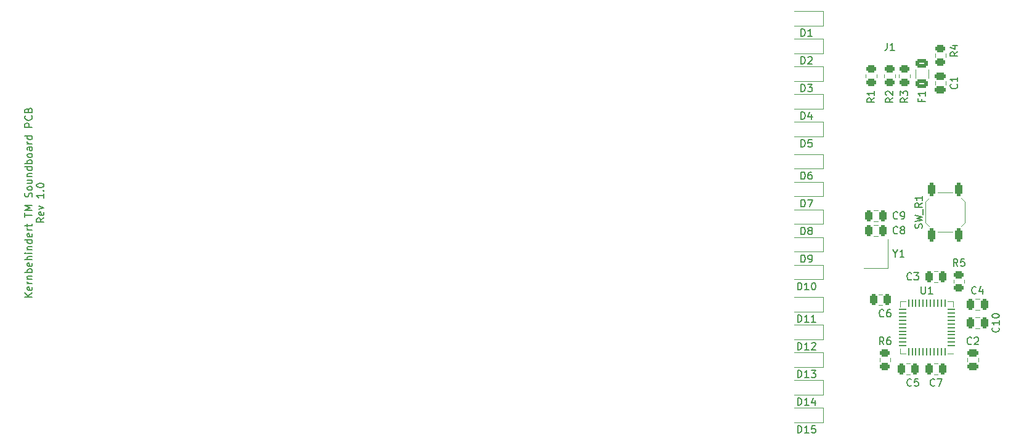
<source format=gto>
%TF.GenerationSoftware,KiCad,Pcbnew,(6.0.7)*%
%TF.CreationDate,2023-02-20T15:38:16+01:00*%
%TF.ProjectId,Soundboard,536f756e-6462-46f6-9172-642e6b696361,rev?*%
%TF.SameCoordinates,Original*%
%TF.FileFunction,Legend,Top*%
%TF.FilePolarity,Positive*%
%FSLAX46Y46*%
G04 Gerber Fmt 4.6, Leading zero omitted, Abs format (unit mm)*
G04 Created by KiCad (PCBNEW (6.0.7)) date 2023-02-20 15:38:16*
%MOMM*%
%LPD*%
G01*
G04 APERTURE LIST*
G04 Aperture macros list*
%AMRoundRect*
0 Rectangle with rounded corners*
0 $1 Rounding radius*
0 $2 $3 $4 $5 $6 $7 $8 $9 X,Y pos of 4 corners*
0 Add a 4 corners polygon primitive as box body*
4,1,4,$2,$3,$4,$5,$6,$7,$8,$9,$2,$3,0*
0 Add four circle primitives for the rounded corners*
1,1,$1+$1,$2,$3*
1,1,$1+$1,$4,$5*
1,1,$1+$1,$6,$7*
1,1,$1+$1,$8,$9*
0 Add four rect primitives between the rounded corners*
20,1,$1+$1,$2,$3,$4,$5,0*
20,1,$1+$1,$4,$5,$6,$7,0*
20,1,$1+$1,$6,$7,$8,$9,0*
20,1,$1+$1,$8,$9,$2,$3,0*%
G04 Aperture macros list end*
%ADD10C,0.150000*%
%ADD11C,0.120000*%
%ADD12RoundRect,0.250000X-0.450000X0.262500X-0.450000X-0.262500X0.450000X-0.262500X0.450000X0.262500X0*%
%ADD13RoundRect,0.250000X0.475000X-0.250000X0.475000X0.250000X-0.475000X0.250000X-0.475000X-0.250000X0*%
%ADD14C,1.750000*%
%ADD15C,3.987800*%
%ADD16RoundRect,0.250000X-0.250000X-0.475000X0.250000X-0.475000X0.250000X0.475000X-0.250000X0.475000X0*%
%ADD17R,0.900000X1.200000*%
%ADD18RoundRect,0.250000X-0.625000X0.375000X-0.625000X-0.375000X0.625000X-0.375000X0.625000X0.375000X0*%
%ADD19RoundRect,0.275000X0.275000X-0.625000X0.275000X0.625000X-0.275000X0.625000X-0.275000X-0.625000X0*%
%ADD20C,2.200000*%
%ADD21RoundRect,0.250000X0.250000X0.475000X-0.250000X0.475000X-0.250000X-0.475000X0.250000X-0.475000X0*%
%ADD22RoundRect,0.062500X0.475000X0.062500X-0.475000X0.062500X-0.475000X-0.062500X0.475000X-0.062500X0*%
%ADD23RoundRect,0.062500X0.062500X0.475000X-0.062500X0.475000X-0.062500X-0.475000X0.062500X-0.475000X0*%
%ADD24R,5.200000X5.200000*%
%ADD25RoundRect,0.250000X0.450000X-0.262500X0.450000X0.262500X-0.450000X0.262500X-0.450000X-0.262500X0*%
%ADD26C,0.650000*%
%ADD27R,0.540000X1.100000*%
%ADD28R,0.300000X1.100000*%
%ADD29O,1.200000X2.250000*%
%ADD30R,1.200000X1.400000*%
G04 APERTURE END LIST*
D10*
X22507380Y-66292380D02*
X21507380Y-66292380D01*
X22507380Y-65720952D02*
X21935952Y-66149523D01*
X21507380Y-65720952D02*
X22078809Y-66292380D01*
X22459761Y-64911428D02*
X22507380Y-65006666D01*
X22507380Y-65197142D01*
X22459761Y-65292380D01*
X22364523Y-65340000D01*
X21983571Y-65340000D01*
X21888333Y-65292380D01*
X21840714Y-65197142D01*
X21840714Y-65006666D01*
X21888333Y-64911428D01*
X21983571Y-64863809D01*
X22078809Y-64863809D01*
X22174047Y-65340000D01*
X22507380Y-64435238D02*
X21840714Y-64435238D01*
X22031190Y-64435238D02*
X21935952Y-64387619D01*
X21888333Y-64340000D01*
X21840714Y-64244761D01*
X21840714Y-64149523D01*
X21840714Y-63816190D02*
X22507380Y-63816190D01*
X21935952Y-63816190D02*
X21888333Y-63768571D01*
X21840714Y-63673333D01*
X21840714Y-63530476D01*
X21888333Y-63435238D01*
X21983571Y-63387619D01*
X22507380Y-63387619D01*
X22507380Y-62911428D02*
X21507380Y-62911428D01*
X21888333Y-62911428D02*
X21840714Y-62816190D01*
X21840714Y-62625714D01*
X21888333Y-62530476D01*
X21935952Y-62482857D01*
X22031190Y-62435238D01*
X22316904Y-62435238D01*
X22412142Y-62482857D01*
X22459761Y-62530476D01*
X22507380Y-62625714D01*
X22507380Y-62816190D01*
X22459761Y-62911428D01*
X22459761Y-61625714D02*
X22507380Y-61720952D01*
X22507380Y-61911428D01*
X22459761Y-62006666D01*
X22364523Y-62054285D01*
X21983571Y-62054285D01*
X21888333Y-62006666D01*
X21840714Y-61911428D01*
X21840714Y-61720952D01*
X21888333Y-61625714D01*
X21983571Y-61578095D01*
X22078809Y-61578095D01*
X22174047Y-62054285D01*
X22507380Y-61149523D02*
X21507380Y-61149523D01*
X22507380Y-60720952D02*
X21983571Y-60720952D01*
X21888333Y-60768571D01*
X21840714Y-60863809D01*
X21840714Y-61006666D01*
X21888333Y-61101904D01*
X21935952Y-61149523D01*
X22507380Y-60244761D02*
X21840714Y-60244761D01*
X21507380Y-60244761D02*
X21555000Y-60292380D01*
X21602619Y-60244761D01*
X21555000Y-60197142D01*
X21507380Y-60244761D01*
X21602619Y-60244761D01*
X21840714Y-59768571D02*
X22507380Y-59768571D01*
X21935952Y-59768571D02*
X21888333Y-59720952D01*
X21840714Y-59625714D01*
X21840714Y-59482857D01*
X21888333Y-59387619D01*
X21983571Y-59340000D01*
X22507380Y-59340000D01*
X22507380Y-58435238D02*
X21507380Y-58435238D01*
X22459761Y-58435238D02*
X22507380Y-58530476D01*
X22507380Y-58720952D01*
X22459761Y-58816190D01*
X22412142Y-58863809D01*
X22316904Y-58911428D01*
X22031190Y-58911428D01*
X21935952Y-58863809D01*
X21888333Y-58816190D01*
X21840714Y-58720952D01*
X21840714Y-58530476D01*
X21888333Y-58435238D01*
X22459761Y-57578095D02*
X22507380Y-57673333D01*
X22507380Y-57863809D01*
X22459761Y-57959047D01*
X22364523Y-58006666D01*
X21983571Y-58006666D01*
X21888333Y-57959047D01*
X21840714Y-57863809D01*
X21840714Y-57673333D01*
X21888333Y-57578095D01*
X21983571Y-57530476D01*
X22078809Y-57530476D01*
X22174047Y-58006666D01*
X22507380Y-57101904D02*
X21840714Y-57101904D01*
X22031190Y-57101904D02*
X21935952Y-57054285D01*
X21888333Y-57006666D01*
X21840714Y-56911428D01*
X21840714Y-56816190D01*
X21840714Y-56625714D02*
X21840714Y-56244761D01*
X21507380Y-56482857D02*
X22364523Y-56482857D01*
X22459761Y-56435238D01*
X22507380Y-56340000D01*
X22507380Y-56244761D01*
X21507380Y-55292380D02*
X21507380Y-54720952D01*
X22507380Y-55006666D02*
X21507380Y-55006666D01*
X22507380Y-54387619D02*
X21507380Y-54387619D01*
X22221666Y-54054285D01*
X21507380Y-53720952D01*
X22507380Y-53720952D01*
X22459761Y-52530476D02*
X22507380Y-52387619D01*
X22507380Y-52149523D01*
X22459761Y-52054285D01*
X22412142Y-52006666D01*
X22316904Y-51959047D01*
X22221666Y-51959047D01*
X22126428Y-52006666D01*
X22078809Y-52054285D01*
X22031190Y-52149523D01*
X21983571Y-52340000D01*
X21935952Y-52435238D01*
X21888333Y-52482857D01*
X21793095Y-52530476D01*
X21697857Y-52530476D01*
X21602619Y-52482857D01*
X21555000Y-52435238D01*
X21507380Y-52340000D01*
X21507380Y-52101904D01*
X21555000Y-51959047D01*
X22507380Y-51387619D02*
X22459761Y-51482857D01*
X22412142Y-51530476D01*
X22316904Y-51578095D01*
X22031190Y-51578095D01*
X21935952Y-51530476D01*
X21888333Y-51482857D01*
X21840714Y-51387619D01*
X21840714Y-51244761D01*
X21888333Y-51149523D01*
X21935952Y-51101904D01*
X22031190Y-51054285D01*
X22316904Y-51054285D01*
X22412142Y-51101904D01*
X22459761Y-51149523D01*
X22507380Y-51244761D01*
X22507380Y-51387619D01*
X21840714Y-50197142D02*
X22507380Y-50197142D01*
X21840714Y-50625714D02*
X22364523Y-50625714D01*
X22459761Y-50578095D01*
X22507380Y-50482857D01*
X22507380Y-50340000D01*
X22459761Y-50244761D01*
X22412142Y-50197142D01*
X21840714Y-49720952D02*
X22507380Y-49720952D01*
X21935952Y-49720952D02*
X21888333Y-49673333D01*
X21840714Y-49578095D01*
X21840714Y-49435238D01*
X21888333Y-49340000D01*
X21983571Y-49292380D01*
X22507380Y-49292380D01*
X22507380Y-48387619D02*
X21507380Y-48387619D01*
X22459761Y-48387619D02*
X22507380Y-48482857D01*
X22507380Y-48673333D01*
X22459761Y-48768571D01*
X22412142Y-48816190D01*
X22316904Y-48863809D01*
X22031190Y-48863809D01*
X21935952Y-48816190D01*
X21888333Y-48768571D01*
X21840714Y-48673333D01*
X21840714Y-48482857D01*
X21888333Y-48387619D01*
X22507380Y-47911428D02*
X21507380Y-47911428D01*
X21888333Y-47911428D02*
X21840714Y-47816190D01*
X21840714Y-47625714D01*
X21888333Y-47530476D01*
X21935952Y-47482857D01*
X22031190Y-47435238D01*
X22316904Y-47435238D01*
X22412142Y-47482857D01*
X22459761Y-47530476D01*
X22507380Y-47625714D01*
X22507380Y-47816190D01*
X22459761Y-47911428D01*
X22507380Y-46863809D02*
X22459761Y-46959047D01*
X22412142Y-47006666D01*
X22316904Y-47054285D01*
X22031190Y-47054285D01*
X21935952Y-47006666D01*
X21888333Y-46959047D01*
X21840714Y-46863809D01*
X21840714Y-46720952D01*
X21888333Y-46625714D01*
X21935952Y-46578095D01*
X22031190Y-46530476D01*
X22316904Y-46530476D01*
X22412142Y-46578095D01*
X22459761Y-46625714D01*
X22507380Y-46720952D01*
X22507380Y-46863809D01*
X22507380Y-45673333D02*
X21983571Y-45673333D01*
X21888333Y-45720952D01*
X21840714Y-45816190D01*
X21840714Y-46006666D01*
X21888333Y-46101904D01*
X22459761Y-45673333D02*
X22507380Y-45768571D01*
X22507380Y-46006666D01*
X22459761Y-46101904D01*
X22364523Y-46149523D01*
X22269285Y-46149523D01*
X22174047Y-46101904D01*
X22126428Y-46006666D01*
X22126428Y-45768571D01*
X22078809Y-45673333D01*
X22507380Y-45197142D02*
X21840714Y-45197142D01*
X22031190Y-45197142D02*
X21935952Y-45149523D01*
X21888333Y-45101904D01*
X21840714Y-45006666D01*
X21840714Y-44911428D01*
X22507380Y-44149523D02*
X21507380Y-44149523D01*
X22459761Y-44149523D02*
X22507380Y-44244761D01*
X22507380Y-44435238D01*
X22459761Y-44530476D01*
X22412142Y-44578095D01*
X22316904Y-44625714D01*
X22031190Y-44625714D01*
X21935952Y-44578095D01*
X21888333Y-44530476D01*
X21840714Y-44435238D01*
X21840714Y-44244761D01*
X21888333Y-44149523D01*
X22507380Y-42911428D02*
X21507380Y-42911428D01*
X21507380Y-42530476D01*
X21555000Y-42435238D01*
X21602619Y-42387619D01*
X21697857Y-42340000D01*
X21840714Y-42340000D01*
X21935952Y-42387619D01*
X21983571Y-42435238D01*
X22031190Y-42530476D01*
X22031190Y-42911428D01*
X22412142Y-41340000D02*
X22459761Y-41387619D01*
X22507380Y-41530476D01*
X22507380Y-41625714D01*
X22459761Y-41768571D01*
X22364523Y-41863809D01*
X22269285Y-41911428D01*
X22078809Y-41959047D01*
X21935952Y-41959047D01*
X21745476Y-41911428D01*
X21650238Y-41863809D01*
X21555000Y-41768571D01*
X21507380Y-41625714D01*
X21507380Y-41530476D01*
X21555000Y-41387619D01*
X21602619Y-41340000D01*
X21983571Y-40578095D02*
X22031190Y-40435238D01*
X22078809Y-40387619D01*
X22174047Y-40340000D01*
X22316904Y-40340000D01*
X22412142Y-40387619D01*
X22459761Y-40435238D01*
X22507380Y-40530476D01*
X22507380Y-40911428D01*
X21507380Y-40911428D01*
X21507380Y-40578095D01*
X21555000Y-40482857D01*
X21602619Y-40435238D01*
X21697857Y-40387619D01*
X21793095Y-40387619D01*
X21888333Y-40435238D01*
X21935952Y-40482857D01*
X21983571Y-40578095D01*
X21983571Y-40911428D01*
X24117380Y-55411428D02*
X23641190Y-55744761D01*
X24117380Y-55982857D02*
X23117380Y-55982857D01*
X23117380Y-55601904D01*
X23165000Y-55506666D01*
X23212619Y-55459047D01*
X23307857Y-55411428D01*
X23450714Y-55411428D01*
X23545952Y-55459047D01*
X23593571Y-55506666D01*
X23641190Y-55601904D01*
X23641190Y-55982857D01*
X24069761Y-54601904D02*
X24117380Y-54697142D01*
X24117380Y-54887619D01*
X24069761Y-54982857D01*
X23974523Y-55030476D01*
X23593571Y-55030476D01*
X23498333Y-54982857D01*
X23450714Y-54887619D01*
X23450714Y-54697142D01*
X23498333Y-54601904D01*
X23593571Y-54554285D01*
X23688809Y-54554285D01*
X23784047Y-55030476D01*
X23450714Y-54220952D02*
X24117380Y-53982857D01*
X23450714Y-53744761D01*
X24117380Y-52078095D02*
X24117380Y-52649523D01*
X24117380Y-52363809D02*
X23117380Y-52363809D01*
X23260238Y-52459047D01*
X23355476Y-52554285D01*
X23403095Y-52649523D01*
X24022142Y-51649523D02*
X24069761Y-51601904D01*
X24117380Y-51649523D01*
X24069761Y-51697142D01*
X24022142Y-51649523D01*
X24117380Y-51649523D01*
X23117380Y-50982857D02*
X23117380Y-50887619D01*
X23165000Y-50792380D01*
X23212619Y-50744761D01*
X23307857Y-50697142D01*
X23498333Y-50649523D01*
X23736428Y-50649523D01*
X23926904Y-50697142D01*
X24022142Y-50744761D01*
X24069761Y-50792380D01*
X24117380Y-50887619D01*
X24117380Y-50982857D01*
X24069761Y-51078095D01*
X24022142Y-51125714D01*
X23926904Y-51173333D01*
X23736428Y-51220952D01*
X23498333Y-51220952D01*
X23307857Y-51173333D01*
X23212619Y-51125714D01*
X23165000Y-51078095D01*
X23117380Y-50982857D01*
%TO.C,R3*%
X142819380Y-38901666D02*
X142343190Y-39235000D01*
X142819380Y-39473095D02*
X141819380Y-39473095D01*
X141819380Y-39092142D01*
X141867000Y-38996904D01*
X141914619Y-38949285D01*
X142009857Y-38901666D01*
X142152714Y-38901666D01*
X142247952Y-38949285D01*
X142295571Y-38996904D01*
X142343190Y-39092142D01*
X142343190Y-39473095D01*
X141819380Y-38568333D02*
X141819380Y-37949285D01*
X142200333Y-38282619D01*
X142200333Y-38139761D01*
X142247952Y-38044523D01*
X142295571Y-37996904D01*
X142390809Y-37949285D01*
X142628904Y-37949285D01*
X142724142Y-37996904D01*
X142771761Y-38044523D01*
X142819380Y-38139761D01*
X142819380Y-38425476D01*
X142771761Y-38520714D01*
X142724142Y-38568333D01*
%TO.C,R6*%
X139533333Y-72842380D02*
X139200000Y-72366190D01*
X138961904Y-72842380D02*
X138961904Y-71842380D01*
X139342857Y-71842380D01*
X139438095Y-71890000D01*
X139485714Y-71937619D01*
X139533333Y-72032857D01*
X139533333Y-72175714D01*
X139485714Y-72270952D01*
X139438095Y-72318571D01*
X139342857Y-72366190D01*
X138961904Y-72366190D01*
X140390476Y-71842380D02*
X140200000Y-71842380D01*
X140104761Y-71890000D01*
X140057142Y-71937619D01*
X139961904Y-72080476D01*
X139914285Y-72270952D01*
X139914285Y-72651904D01*
X139961904Y-72747142D01*
X140009523Y-72794761D01*
X140104761Y-72842380D01*
X140295238Y-72842380D01*
X140390476Y-72794761D01*
X140438095Y-72747142D01*
X140485714Y-72651904D01*
X140485714Y-72413809D01*
X140438095Y-72318571D01*
X140390476Y-72270952D01*
X140295238Y-72223333D01*
X140104761Y-72223333D01*
X140009523Y-72270952D01*
X139961904Y-72318571D01*
X139914285Y-72413809D01*
%TO.C,C1*%
X149582142Y-36996666D02*
X149629761Y-37044285D01*
X149677380Y-37187142D01*
X149677380Y-37282380D01*
X149629761Y-37425238D01*
X149534523Y-37520476D01*
X149439285Y-37568095D01*
X149248809Y-37615714D01*
X149105952Y-37615714D01*
X148915476Y-37568095D01*
X148820238Y-37520476D01*
X148725000Y-37425238D01*
X148677380Y-37282380D01*
X148677380Y-37187142D01*
X148725000Y-37044285D01*
X148772619Y-36996666D01*
X149677380Y-36044285D02*
X149677380Y-36615714D01*
X149677380Y-36330000D02*
X148677380Y-36330000D01*
X148820238Y-36425238D01*
X148915476Y-36520476D01*
X148963095Y-36615714D01*
%TO.C,C9*%
X141438333Y-55475142D02*
X141390714Y-55522761D01*
X141247857Y-55570380D01*
X141152619Y-55570380D01*
X141009761Y-55522761D01*
X140914523Y-55427523D01*
X140866904Y-55332285D01*
X140819285Y-55141809D01*
X140819285Y-54998952D01*
X140866904Y-54808476D01*
X140914523Y-54713238D01*
X141009761Y-54618000D01*
X141152619Y-54570380D01*
X141247857Y-54570380D01*
X141390714Y-54618000D01*
X141438333Y-54665619D01*
X141914523Y-55570380D02*
X142105000Y-55570380D01*
X142200238Y-55522761D01*
X142247857Y-55475142D01*
X142343095Y-55332285D01*
X142390714Y-55141809D01*
X142390714Y-54760857D01*
X142343095Y-54665619D01*
X142295476Y-54618000D01*
X142200238Y-54570380D01*
X142009761Y-54570380D01*
X141914523Y-54618000D01*
X141866904Y-54665619D01*
X141819285Y-54760857D01*
X141819285Y-54998952D01*
X141866904Y-55094190D01*
X141914523Y-55141809D01*
X142009761Y-55189428D01*
X142200238Y-55189428D01*
X142295476Y-55141809D01*
X142343095Y-55094190D01*
X142390714Y-54998952D01*
%TO.C,C2*%
X151598333Y-72747142D02*
X151550714Y-72794761D01*
X151407857Y-72842380D01*
X151312619Y-72842380D01*
X151169761Y-72794761D01*
X151074523Y-72699523D01*
X151026904Y-72604285D01*
X150979285Y-72413809D01*
X150979285Y-72270952D01*
X151026904Y-72080476D01*
X151074523Y-71985238D01*
X151169761Y-71890000D01*
X151312619Y-71842380D01*
X151407857Y-71842380D01*
X151550714Y-71890000D01*
X151598333Y-71937619D01*
X151979285Y-71937619D02*
X152026904Y-71890000D01*
X152122142Y-71842380D01*
X152360238Y-71842380D01*
X152455476Y-71890000D01*
X152503095Y-71937619D01*
X152550714Y-72032857D01*
X152550714Y-72128095D01*
X152503095Y-72270952D01*
X151931666Y-72842380D01*
X152550714Y-72842380D01*
%TO.C,C5*%
X143343333Y-78462142D02*
X143295714Y-78509761D01*
X143152857Y-78557380D01*
X143057619Y-78557380D01*
X142914761Y-78509761D01*
X142819523Y-78414523D01*
X142771904Y-78319285D01*
X142724285Y-78128809D01*
X142724285Y-77985952D01*
X142771904Y-77795476D01*
X142819523Y-77700238D01*
X142914761Y-77605000D01*
X143057619Y-77557380D01*
X143152857Y-77557380D01*
X143295714Y-77605000D01*
X143343333Y-77652619D01*
X144248095Y-77557380D02*
X143771904Y-77557380D01*
X143724285Y-78033571D01*
X143771904Y-77985952D01*
X143867142Y-77938333D01*
X144105238Y-77938333D01*
X144200476Y-77985952D01*
X144248095Y-78033571D01*
X144295714Y-78128809D01*
X144295714Y-78366904D01*
X144248095Y-78462142D01*
X144200476Y-78509761D01*
X144105238Y-78557380D01*
X143867142Y-78557380D01*
X143771904Y-78509761D01*
X143724285Y-78462142D01*
%TO.C,D8*%
X128166904Y-57697380D02*
X128166904Y-56697380D01*
X128405000Y-56697380D01*
X128547857Y-56745000D01*
X128643095Y-56840238D01*
X128690714Y-56935476D01*
X128738333Y-57125952D01*
X128738333Y-57268809D01*
X128690714Y-57459285D01*
X128643095Y-57554523D01*
X128547857Y-57649761D01*
X128405000Y-57697380D01*
X128166904Y-57697380D01*
X129309761Y-57125952D02*
X129214523Y-57078333D01*
X129166904Y-57030714D01*
X129119285Y-56935476D01*
X129119285Y-56887857D01*
X129166904Y-56792619D01*
X129214523Y-56745000D01*
X129309761Y-56697380D01*
X129500238Y-56697380D01*
X129595476Y-56745000D01*
X129643095Y-56792619D01*
X129690714Y-56887857D01*
X129690714Y-56935476D01*
X129643095Y-57030714D01*
X129595476Y-57078333D01*
X129500238Y-57125952D01*
X129309761Y-57125952D01*
X129214523Y-57173571D01*
X129166904Y-57221190D01*
X129119285Y-57316428D01*
X129119285Y-57506904D01*
X129166904Y-57602142D01*
X129214523Y-57649761D01*
X129309761Y-57697380D01*
X129500238Y-57697380D01*
X129595476Y-57649761D01*
X129643095Y-57602142D01*
X129690714Y-57506904D01*
X129690714Y-57316428D01*
X129643095Y-57221190D01*
X129595476Y-57173571D01*
X129500238Y-57125952D01*
%TO.C,D9*%
X128166904Y-61507380D02*
X128166904Y-60507380D01*
X128405000Y-60507380D01*
X128547857Y-60555000D01*
X128643095Y-60650238D01*
X128690714Y-60745476D01*
X128738333Y-60935952D01*
X128738333Y-61078809D01*
X128690714Y-61269285D01*
X128643095Y-61364523D01*
X128547857Y-61459761D01*
X128405000Y-61507380D01*
X128166904Y-61507380D01*
X129214523Y-61507380D02*
X129405000Y-61507380D01*
X129500238Y-61459761D01*
X129547857Y-61412142D01*
X129643095Y-61269285D01*
X129690714Y-61078809D01*
X129690714Y-60697857D01*
X129643095Y-60602619D01*
X129595476Y-60555000D01*
X129500238Y-60507380D01*
X129309761Y-60507380D01*
X129214523Y-60555000D01*
X129166904Y-60602619D01*
X129119285Y-60697857D01*
X129119285Y-60935952D01*
X129166904Y-61031190D01*
X129214523Y-61078809D01*
X129309761Y-61126428D01*
X129500238Y-61126428D01*
X129595476Y-61078809D01*
X129643095Y-61031190D01*
X129690714Y-60935952D01*
%TO.C,D15*%
X127690714Y-85002380D02*
X127690714Y-84002380D01*
X127928809Y-84002380D01*
X128071666Y-84050000D01*
X128166904Y-84145238D01*
X128214523Y-84240476D01*
X128262142Y-84430952D01*
X128262142Y-84573809D01*
X128214523Y-84764285D01*
X128166904Y-84859523D01*
X128071666Y-84954761D01*
X127928809Y-85002380D01*
X127690714Y-85002380D01*
X129214523Y-85002380D02*
X128643095Y-85002380D01*
X128928809Y-85002380D02*
X128928809Y-84002380D01*
X128833571Y-84145238D01*
X128738333Y-84240476D01*
X128643095Y-84288095D01*
X130119285Y-84002380D02*
X129643095Y-84002380D01*
X129595476Y-84478571D01*
X129643095Y-84430952D01*
X129738333Y-84383333D01*
X129976428Y-84383333D01*
X130071666Y-84430952D01*
X130119285Y-84478571D01*
X130166904Y-84573809D01*
X130166904Y-84811904D01*
X130119285Y-84907142D01*
X130071666Y-84954761D01*
X129976428Y-85002380D01*
X129738333Y-85002380D01*
X129643095Y-84954761D01*
X129595476Y-84907142D01*
%TO.C,F1*%
X144708571Y-39068333D02*
X144708571Y-39401666D01*
X145232380Y-39401666D02*
X144232380Y-39401666D01*
X144232380Y-38925476D01*
X145232380Y-38020714D02*
X145232380Y-38592142D01*
X145232380Y-38306428D02*
X144232380Y-38306428D01*
X144375238Y-38401666D01*
X144470476Y-38496904D01*
X144518095Y-38592142D01*
%TO.C,SW_R1*%
X144759761Y-56824285D02*
X144807380Y-56681428D01*
X144807380Y-56443333D01*
X144759761Y-56348095D01*
X144712142Y-56300476D01*
X144616904Y-56252857D01*
X144521666Y-56252857D01*
X144426428Y-56300476D01*
X144378809Y-56348095D01*
X144331190Y-56443333D01*
X144283571Y-56633809D01*
X144235952Y-56729047D01*
X144188333Y-56776666D01*
X144093095Y-56824285D01*
X143997857Y-56824285D01*
X143902619Y-56776666D01*
X143855000Y-56729047D01*
X143807380Y-56633809D01*
X143807380Y-56395714D01*
X143855000Y-56252857D01*
X143807380Y-55919523D02*
X144807380Y-55681428D01*
X144093095Y-55490952D01*
X144807380Y-55300476D01*
X143807380Y-55062380D01*
X144902619Y-54919523D02*
X144902619Y-54157619D01*
X144807380Y-53348095D02*
X144331190Y-53681428D01*
X144807380Y-53919523D02*
X143807380Y-53919523D01*
X143807380Y-53538571D01*
X143855000Y-53443333D01*
X143902619Y-53395714D01*
X143997857Y-53348095D01*
X144140714Y-53348095D01*
X144235952Y-53395714D01*
X144283571Y-53443333D01*
X144331190Y-53538571D01*
X144331190Y-53919523D01*
X144807380Y-52395714D02*
X144807380Y-52967142D01*
X144807380Y-52681428D02*
X143807380Y-52681428D01*
X143950238Y-52776666D01*
X144045476Y-52871904D01*
X144093095Y-52967142D01*
%TO.C,D13*%
X127690714Y-77382380D02*
X127690714Y-76382380D01*
X127928809Y-76382380D01*
X128071666Y-76430000D01*
X128166904Y-76525238D01*
X128214523Y-76620476D01*
X128262142Y-76810952D01*
X128262142Y-76953809D01*
X128214523Y-77144285D01*
X128166904Y-77239523D01*
X128071666Y-77334761D01*
X127928809Y-77382380D01*
X127690714Y-77382380D01*
X129214523Y-77382380D02*
X128643095Y-77382380D01*
X128928809Y-77382380D02*
X128928809Y-76382380D01*
X128833571Y-76525238D01*
X128738333Y-76620476D01*
X128643095Y-76668095D01*
X129547857Y-76382380D02*
X130166904Y-76382380D01*
X129833571Y-76763333D01*
X129976428Y-76763333D01*
X130071666Y-76810952D01*
X130119285Y-76858571D01*
X130166904Y-76953809D01*
X130166904Y-77191904D01*
X130119285Y-77287142D01*
X130071666Y-77334761D01*
X129976428Y-77382380D01*
X129690714Y-77382380D01*
X129595476Y-77334761D01*
X129547857Y-77287142D01*
%TO.C,D4*%
X128166904Y-41822380D02*
X128166904Y-40822380D01*
X128405000Y-40822380D01*
X128547857Y-40870000D01*
X128643095Y-40965238D01*
X128690714Y-41060476D01*
X128738333Y-41250952D01*
X128738333Y-41393809D01*
X128690714Y-41584285D01*
X128643095Y-41679523D01*
X128547857Y-41774761D01*
X128405000Y-41822380D01*
X128166904Y-41822380D01*
X129595476Y-41155714D02*
X129595476Y-41822380D01*
X129357380Y-40774761D02*
X129119285Y-41489047D01*
X129738333Y-41489047D01*
%TO.C,C3*%
X143343333Y-63857142D02*
X143295714Y-63904761D01*
X143152857Y-63952380D01*
X143057619Y-63952380D01*
X142914761Y-63904761D01*
X142819523Y-63809523D01*
X142771904Y-63714285D01*
X142724285Y-63523809D01*
X142724285Y-63380952D01*
X142771904Y-63190476D01*
X142819523Y-63095238D01*
X142914761Y-63000000D01*
X143057619Y-62952380D01*
X143152857Y-62952380D01*
X143295714Y-63000000D01*
X143343333Y-63047619D01*
X143676666Y-62952380D02*
X144295714Y-62952380D01*
X143962380Y-63333333D01*
X144105238Y-63333333D01*
X144200476Y-63380952D01*
X144248095Y-63428571D01*
X144295714Y-63523809D01*
X144295714Y-63761904D01*
X144248095Y-63857142D01*
X144200476Y-63904761D01*
X144105238Y-63952380D01*
X143819523Y-63952380D01*
X143724285Y-63904761D01*
X143676666Y-63857142D01*
%TO.C,U1*%
X144668095Y-64857380D02*
X144668095Y-65666904D01*
X144715714Y-65762142D01*
X144763333Y-65809761D01*
X144858571Y-65857380D01*
X145049047Y-65857380D01*
X145144285Y-65809761D01*
X145191904Y-65762142D01*
X145239523Y-65666904D01*
X145239523Y-64857380D01*
X146239523Y-65857380D02*
X145668095Y-65857380D01*
X145953809Y-65857380D02*
X145953809Y-64857380D01*
X145858571Y-65000238D01*
X145763333Y-65095476D01*
X145668095Y-65143095D01*
%TO.C,R1*%
X138247380Y-38901666D02*
X137771190Y-39235000D01*
X138247380Y-39473095D02*
X137247380Y-39473095D01*
X137247380Y-39092142D01*
X137295000Y-38996904D01*
X137342619Y-38949285D01*
X137437857Y-38901666D01*
X137580714Y-38901666D01*
X137675952Y-38949285D01*
X137723571Y-38996904D01*
X137771190Y-39092142D01*
X137771190Y-39473095D01*
X138247380Y-37949285D02*
X138247380Y-38520714D01*
X138247380Y-38235000D02*
X137247380Y-38235000D01*
X137390238Y-38330238D01*
X137485476Y-38425476D01*
X137533095Y-38520714D01*
%TO.C,D11*%
X127690714Y-69762380D02*
X127690714Y-68762380D01*
X127928809Y-68762380D01*
X128071666Y-68810000D01*
X128166904Y-68905238D01*
X128214523Y-69000476D01*
X128262142Y-69190952D01*
X128262142Y-69333809D01*
X128214523Y-69524285D01*
X128166904Y-69619523D01*
X128071666Y-69714761D01*
X127928809Y-69762380D01*
X127690714Y-69762380D01*
X129214523Y-69762380D02*
X128643095Y-69762380D01*
X128928809Y-69762380D02*
X128928809Y-68762380D01*
X128833571Y-68905238D01*
X128738333Y-69000476D01*
X128643095Y-69048095D01*
X130166904Y-69762380D02*
X129595476Y-69762380D01*
X129881190Y-69762380D02*
X129881190Y-68762380D01*
X129785952Y-68905238D01*
X129690714Y-69000476D01*
X129595476Y-69048095D01*
%TO.C,D6*%
X128166904Y-50077380D02*
X128166904Y-49077380D01*
X128405000Y-49077380D01*
X128547857Y-49125000D01*
X128643095Y-49220238D01*
X128690714Y-49315476D01*
X128738333Y-49505952D01*
X128738333Y-49648809D01*
X128690714Y-49839285D01*
X128643095Y-49934523D01*
X128547857Y-50029761D01*
X128405000Y-50077380D01*
X128166904Y-50077380D01*
X129595476Y-49077380D02*
X129405000Y-49077380D01*
X129309761Y-49125000D01*
X129262142Y-49172619D01*
X129166904Y-49315476D01*
X129119285Y-49505952D01*
X129119285Y-49886904D01*
X129166904Y-49982142D01*
X129214523Y-50029761D01*
X129309761Y-50077380D01*
X129500238Y-50077380D01*
X129595476Y-50029761D01*
X129643095Y-49982142D01*
X129690714Y-49886904D01*
X129690714Y-49648809D01*
X129643095Y-49553571D01*
X129595476Y-49505952D01*
X129500238Y-49458333D01*
X129309761Y-49458333D01*
X129214523Y-49505952D01*
X129166904Y-49553571D01*
X129119285Y-49648809D01*
%TO.C,D12*%
X127690714Y-73572380D02*
X127690714Y-72572380D01*
X127928809Y-72572380D01*
X128071666Y-72620000D01*
X128166904Y-72715238D01*
X128214523Y-72810476D01*
X128262142Y-73000952D01*
X128262142Y-73143809D01*
X128214523Y-73334285D01*
X128166904Y-73429523D01*
X128071666Y-73524761D01*
X127928809Y-73572380D01*
X127690714Y-73572380D01*
X129214523Y-73572380D02*
X128643095Y-73572380D01*
X128928809Y-73572380D02*
X128928809Y-72572380D01*
X128833571Y-72715238D01*
X128738333Y-72810476D01*
X128643095Y-72858095D01*
X129595476Y-72667619D02*
X129643095Y-72620000D01*
X129738333Y-72572380D01*
X129976428Y-72572380D01*
X130071666Y-72620000D01*
X130119285Y-72667619D01*
X130166904Y-72762857D01*
X130166904Y-72858095D01*
X130119285Y-73000952D01*
X129547857Y-73572380D01*
X130166904Y-73572380D01*
%TO.C,C6*%
X139533333Y-68937142D02*
X139485714Y-68984761D01*
X139342857Y-69032380D01*
X139247619Y-69032380D01*
X139104761Y-68984761D01*
X139009523Y-68889523D01*
X138961904Y-68794285D01*
X138914285Y-68603809D01*
X138914285Y-68460952D01*
X138961904Y-68270476D01*
X139009523Y-68175238D01*
X139104761Y-68080000D01*
X139247619Y-68032380D01*
X139342857Y-68032380D01*
X139485714Y-68080000D01*
X139533333Y-68127619D01*
X140390476Y-68032380D02*
X140200000Y-68032380D01*
X140104761Y-68080000D01*
X140057142Y-68127619D01*
X139961904Y-68270476D01*
X139914285Y-68460952D01*
X139914285Y-68841904D01*
X139961904Y-68937142D01*
X140009523Y-68984761D01*
X140104761Y-69032380D01*
X140295238Y-69032380D01*
X140390476Y-68984761D01*
X140438095Y-68937142D01*
X140485714Y-68841904D01*
X140485714Y-68603809D01*
X140438095Y-68508571D01*
X140390476Y-68460952D01*
X140295238Y-68413333D01*
X140104761Y-68413333D01*
X140009523Y-68460952D01*
X139961904Y-68508571D01*
X139914285Y-68603809D01*
%TO.C,D14*%
X127690714Y-81192380D02*
X127690714Y-80192380D01*
X127928809Y-80192380D01*
X128071666Y-80240000D01*
X128166904Y-80335238D01*
X128214523Y-80430476D01*
X128262142Y-80620952D01*
X128262142Y-80763809D01*
X128214523Y-80954285D01*
X128166904Y-81049523D01*
X128071666Y-81144761D01*
X127928809Y-81192380D01*
X127690714Y-81192380D01*
X129214523Y-81192380D02*
X128643095Y-81192380D01*
X128928809Y-81192380D02*
X128928809Y-80192380D01*
X128833571Y-80335238D01*
X128738333Y-80430476D01*
X128643095Y-80478095D01*
X130071666Y-80525714D02*
X130071666Y-81192380D01*
X129833571Y-80144761D02*
X129595476Y-80859047D01*
X130214523Y-80859047D01*
%TO.C,D5*%
X128166904Y-45632380D02*
X128166904Y-44632380D01*
X128405000Y-44632380D01*
X128547857Y-44680000D01*
X128643095Y-44775238D01*
X128690714Y-44870476D01*
X128738333Y-45060952D01*
X128738333Y-45203809D01*
X128690714Y-45394285D01*
X128643095Y-45489523D01*
X128547857Y-45584761D01*
X128405000Y-45632380D01*
X128166904Y-45632380D01*
X129643095Y-44632380D02*
X129166904Y-44632380D01*
X129119285Y-45108571D01*
X129166904Y-45060952D01*
X129262142Y-45013333D01*
X129500238Y-45013333D01*
X129595476Y-45060952D01*
X129643095Y-45108571D01*
X129690714Y-45203809D01*
X129690714Y-45441904D01*
X129643095Y-45537142D01*
X129595476Y-45584761D01*
X129500238Y-45632380D01*
X129262142Y-45632380D01*
X129166904Y-45584761D01*
X129119285Y-45537142D01*
%TO.C,C8*%
X141438333Y-57507142D02*
X141390714Y-57554761D01*
X141247857Y-57602380D01*
X141152619Y-57602380D01*
X141009761Y-57554761D01*
X140914523Y-57459523D01*
X140866904Y-57364285D01*
X140819285Y-57173809D01*
X140819285Y-57030952D01*
X140866904Y-56840476D01*
X140914523Y-56745238D01*
X141009761Y-56650000D01*
X141152619Y-56602380D01*
X141247857Y-56602380D01*
X141390714Y-56650000D01*
X141438333Y-56697619D01*
X142009761Y-57030952D02*
X141914523Y-56983333D01*
X141866904Y-56935714D01*
X141819285Y-56840476D01*
X141819285Y-56792857D01*
X141866904Y-56697619D01*
X141914523Y-56650000D01*
X142009761Y-56602380D01*
X142200238Y-56602380D01*
X142295476Y-56650000D01*
X142343095Y-56697619D01*
X142390714Y-56792857D01*
X142390714Y-56840476D01*
X142343095Y-56935714D01*
X142295476Y-56983333D01*
X142200238Y-57030952D01*
X142009761Y-57030952D01*
X141914523Y-57078571D01*
X141866904Y-57126190D01*
X141819285Y-57221428D01*
X141819285Y-57411904D01*
X141866904Y-57507142D01*
X141914523Y-57554761D01*
X142009761Y-57602380D01*
X142200238Y-57602380D01*
X142295476Y-57554761D01*
X142343095Y-57507142D01*
X142390714Y-57411904D01*
X142390714Y-57221428D01*
X142343095Y-57126190D01*
X142295476Y-57078571D01*
X142200238Y-57030952D01*
%TO.C,D10*%
X127690714Y-65317380D02*
X127690714Y-64317380D01*
X127928809Y-64317380D01*
X128071666Y-64365000D01*
X128166904Y-64460238D01*
X128214523Y-64555476D01*
X128262142Y-64745952D01*
X128262142Y-64888809D01*
X128214523Y-65079285D01*
X128166904Y-65174523D01*
X128071666Y-65269761D01*
X127928809Y-65317380D01*
X127690714Y-65317380D01*
X129214523Y-65317380D02*
X128643095Y-65317380D01*
X128928809Y-65317380D02*
X128928809Y-64317380D01*
X128833571Y-64460238D01*
X128738333Y-64555476D01*
X128643095Y-64603095D01*
X129833571Y-64317380D02*
X129928809Y-64317380D01*
X130024047Y-64365000D01*
X130071666Y-64412619D01*
X130119285Y-64507857D01*
X130166904Y-64698333D01*
X130166904Y-64936428D01*
X130119285Y-65126904D01*
X130071666Y-65222142D01*
X130024047Y-65269761D01*
X129928809Y-65317380D01*
X129833571Y-65317380D01*
X129738333Y-65269761D01*
X129690714Y-65222142D01*
X129643095Y-65126904D01*
X129595476Y-64936428D01*
X129595476Y-64698333D01*
X129643095Y-64507857D01*
X129690714Y-64412619D01*
X129738333Y-64365000D01*
X129833571Y-64317380D01*
%TO.C,J1*%
X140001666Y-31324880D02*
X140001666Y-32039166D01*
X139954047Y-32182023D01*
X139858809Y-32277261D01*
X139715952Y-32324880D01*
X139620714Y-32324880D01*
X141001666Y-32324880D02*
X140430238Y-32324880D01*
X140715952Y-32324880D02*
X140715952Y-31324880D01*
X140620714Y-31467738D01*
X140525476Y-31562976D01*
X140430238Y-31610595D01*
%TO.C,C10*%
X155297142Y-70492857D02*
X155344761Y-70540476D01*
X155392380Y-70683333D01*
X155392380Y-70778571D01*
X155344761Y-70921428D01*
X155249523Y-71016666D01*
X155154285Y-71064285D01*
X154963809Y-71111904D01*
X154820952Y-71111904D01*
X154630476Y-71064285D01*
X154535238Y-71016666D01*
X154440000Y-70921428D01*
X154392380Y-70778571D01*
X154392380Y-70683333D01*
X154440000Y-70540476D01*
X154487619Y-70492857D01*
X155392380Y-69540476D02*
X155392380Y-70111904D01*
X155392380Y-69826190D02*
X154392380Y-69826190D01*
X154535238Y-69921428D01*
X154630476Y-70016666D01*
X154678095Y-70111904D01*
X154392380Y-68921428D02*
X154392380Y-68826190D01*
X154440000Y-68730952D01*
X154487619Y-68683333D01*
X154582857Y-68635714D01*
X154773333Y-68588095D01*
X155011428Y-68588095D01*
X155201904Y-68635714D01*
X155297142Y-68683333D01*
X155344761Y-68730952D01*
X155392380Y-68826190D01*
X155392380Y-68921428D01*
X155344761Y-69016666D01*
X155297142Y-69064285D01*
X155201904Y-69111904D01*
X155011428Y-69159523D01*
X154773333Y-69159523D01*
X154582857Y-69111904D01*
X154487619Y-69064285D01*
X154440000Y-69016666D01*
X154392380Y-68921428D01*
%TO.C,C7*%
X146518333Y-78462142D02*
X146470714Y-78509761D01*
X146327857Y-78557380D01*
X146232619Y-78557380D01*
X146089761Y-78509761D01*
X145994523Y-78414523D01*
X145946904Y-78319285D01*
X145899285Y-78128809D01*
X145899285Y-77985952D01*
X145946904Y-77795476D01*
X145994523Y-77700238D01*
X146089761Y-77605000D01*
X146232619Y-77557380D01*
X146327857Y-77557380D01*
X146470714Y-77605000D01*
X146518333Y-77652619D01*
X146851666Y-77557380D02*
X147518333Y-77557380D01*
X147089761Y-78557380D01*
%TO.C,R2*%
X140787380Y-38901666D02*
X140311190Y-39235000D01*
X140787380Y-39473095D02*
X139787380Y-39473095D01*
X139787380Y-39092142D01*
X139835000Y-38996904D01*
X139882619Y-38949285D01*
X139977857Y-38901666D01*
X140120714Y-38901666D01*
X140215952Y-38949285D01*
X140263571Y-38996904D01*
X140311190Y-39092142D01*
X140311190Y-39473095D01*
X139882619Y-38520714D02*
X139835000Y-38473095D01*
X139787380Y-38377857D01*
X139787380Y-38139761D01*
X139835000Y-38044523D01*
X139882619Y-37996904D01*
X139977857Y-37949285D01*
X140073095Y-37949285D01*
X140215952Y-37996904D01*
X140787380Y-38568333D01*
X140787380Y-37949285D01*
%TO.C,D1*%
X128166904Y-30392380D02*
X128166904Y-29392380D01*
X128405000Y-29392380D01*
X128547857Y-29440000D01*
X128643095Y-29535238D01*
X128690714Y-29630476D01*
X128738333Y-29820952D01*
X128738333Y-29963809D01*
X128690714Y-30154285D01*
X128643095Y-30249523D01*
X128547857Y-30344761D01*
X128405000Y-30392380D01*
X128166904Y-30392380D01*
X129690714Y-30392380D02*
X129119285Y-30392380D01*
X129405000Y-30392380D02*
X129405000Y-29392380D01*
X129309761Y-29535238D01*
X129214523Y-29630476D01*
X129119285Y-29678095D01*
%TO.C,R5*%
X149693333Y-62047380D02*
X149360000Y-61571190D01*
X149121904Y-62047380D02*
X149121904Y-61047380D01*
X149502857Y-61047380D01*
X149598095Y-61095000D01*
X149645714Y-61142619D01*
X149693333Y-61237857D01*
X149693333Y-61380714D01*
X149645714Y-61475952D01*
X149598095Y-61523571D01*
X149502857Y-61571190D01*
X149121904Y-61571190D01*
X150598095Y-61047380D02*
X150121904Y-61047380D01*
X150074285Y-61523571D01*
X150121904Y-61475952D01*
X150217142Y-61428333D01*
X150455238Y-61428333D01*
X150550476Y-61475952D01*
X150598095Y-61523571D01*
X150645714Y-61618809D01*
X150645714Y-61856904D01*
X150598095Y-61952142D01*
X150550476Y-61999761D01*
X150455238Y-62047380D01*
X150217142Y-62047380D01*
X150121904Y-61999761D01*
X150074285Y-61952142D01*
%TO.C,D2*%
X128166904Y-34202380D02*
X128166904Y-33202380D01*
X128405000Y-33202380D01*
X128547857Y-33250000D01*
X128643095Y-33345238D01*
X128690714Y-33440476D01*
X128738333Y-33630952D01*
X128738333Y-33773809D01*
X128690714Y-33964285D01*
X128643095Y-34059523D01*
X128547857Y-34154761D01*
X128405000Y-34202380D01*
X128166904Y-34202380D01*
X129119285Y-33297619D02*
X129166904Y-33250000D01*
X129262142Y-33202380D01*
X129500238Y-33202380D01*
X129595476Y-33250000D01*
X129643095Y-33297619D01*
X129690714Y-33392857D01*
X129690714Y-33488095D01*
X129643095Y-33630952D01*
X129071666Y-34202380D01*
X129690714Y-34202380D01*
%TO.C,R4*%
X149677380Y-32551666D02*
X149201190Y-32885000D01*
X149677380Y-33123095D02*
X148677380Y-33123095D01*
X148677380Y-32742142D01*
X148725000Y-32646904D01*
X148772619Y-32599285D01*
X148867857Y-32551666D01*
X149010714Y-32551666D01*
X149105952Y-32599285D01*
X149153571Y-32646904D01*
X149201190Y-32742142D01*
X149201190Y-33123095D01*
X149010714Y-31694523D02*
X149677380Y-31694523D01*
X148629761Y-31932619D02*
X149344047Y-32170714D01*
X149344047Y-31551666D01*
%TO.C,D3*%
X128166904Y-38012380D02*
X128166904Y-37012380D01*
X128405000Y-37012380D01*
X128547857Y-37060000D01*
X128643095Y-37155238D01*
X128690714Y-37250476D01*
X128738333Y-37440952D01*
X128738333Y-37583809D01*
X128690714Y-37774285D01*
X128643095Y-37869523D01*
X128547857Y-37964761D01*
X128405000Y-38012380D01*
X128166904Y-38012380D01*
X129071666Y-37012380D02*
X129690714Y-37012380D01*
X129357380Y-37393333D01*
X129500238Y-37393333D01*
X129595476Y-37440952D01*
X129643095Y-37488571D01*
X129690714Y-37583809D01*
X129690714Y-37821904D01*
X129643095Y-37917142D01*
X129595476Y-37964761D01*
X129500238Y-38012380D01*
X129214523Y-38012380D01*
X129119285Y-37964761D01*
X129071666Y-37917142D01*
%TO.C,C4*%
X152233333Y-65762142D02*
X152185714Y-65809761D01*
X152042857Y-65857380D01*
X151947619Y-65857380D01*
X151804761Y-65809761D01*
X151709523Y-65714523D01*
X151661904Y-65619285D01*
X151614285Y-65428809D01*
X151614285Y-65285952D01*
X151661904Y-65095476D01*
X151709523Y-65000238D01*
X151804761Y-64905000D01*
X151947619Y-64857380D01*
X152042857Y-64857380D01*
X152185714Y-64905000D01*
X152233333Y-64952619D01*
X153090476Y-65190714D02*
X153090476Y-65857380D01*
X152852380Y-64809761D02*
X152614285Y-65524047D01*
X153233333Y-65524047D01*
%TO.C,D7*%
X128166904Y-53887380D02*
X128166904Y-52887380D01*
X128405000Y-52887380D01*
X128547857Y-52935000D01*
X128643095Y-53030238D01*
X128690714Y-53125476D01*
X128738333Y-53315952D01*
X128738333Y-53458809D01*
X128690714Y-53649285D01*
X128643095Y-53744523D01*
X128547857Y-53839761D01*
X128405000Y-53887380D01*
X128166904Y-53887380D01*
X129071666Y-52887380D02*
X129738333Y-52887380D01*
X129309761Y-53887380D01*
%TO.C,Y1*%
X141128809Y-60301190D02*
X141128809Y-60777380D01*
X140795476Y-59777380D02*
X141128809Y-60301190D01*
X141462142Y-59777380D01*
X142319285Y-60777380D02*
X141747857Y-60777380D01*
X142033571Y-60777380D02*
X142033571Y-59777380D01*
X141938333Y-59920238D01*
X141843095Y-60015476D01*
X141747857Y-60063095D01*
D11*
%TO.C,R3*%
X141632000Y-35610436D02*
X141632000Y-36064564D01*
X143102000Y-35610436D02*
X143102000Y-36064564D01*
%TO.C,R6*%
X138965000Y-74702936D02*
X138965000Y-75157064D01*
X140435000Y-74702936D02*
X140435000Y-75157064D01*
%TO.C,C1*%
X148055000Y-37091252D02*
X148055000Y-36568748D01*
X146585000Y-37091252D02*
X146585000Y-36568748D01*
%TO.C,C9*%
X138168748Y-55853000D02*
X138691252Y-55853000D01*
X138168748Y-54383000D02*
X138691252Y-54383000D01*
%TO.C,C2*%
X152500000Y-75191252D02*
X152500000Y-74668748D01*
X151030000Y-75191252D02*
X151030000Y-74668748D01*
%TO.C,C5*%
X142613748Y-75465000D02*
X143136252Y-75465000D01*
X142613748Y-76935000D02*
X143136252Y-76935000D01*
%TO.C,D8*%
X131155000Y-54245000D02*
X127255000Y-54245000D01*
X131155000Y-56245000D02*
X127255000Y-56245000D01*
X131155000Y-56245000D02*
X131155000Y-54245000D01*
%TO.C,D9*%
X131155000Y-60055000D02*
X127255000Y-60055000D01*
X131155000Y-58055000D02*
X127255000Y-58055000D01*
X131155000Y-60055000D02*
X131155000Y-58055000D01*
%TO.C,D15*%
X131155000Y-81550000D02*
X127255000Y-81550000D01*
X131155000Y-83550000D02*
X127255000Y-83550000D01*
X131155000Y-83550000D02*
X131155000Y-81550000D01*
%TO.C,F1*%
X145690000Y-34957936D02*
X145690000Y-36162064D01*
X143870000Y-34957936D02*
X143870000Y-36162064D01*
%TO.C,SW_R1*%
X150675000Y-56060000D02*
X150185000Y-56550000D01*
X145235000Y-56060000D02*
X145235000Y-53160000D01*
X150675000Y-56060000D02*
X150675000Y-53160000D01*
X150675000Y-53160000D02*
X150185000Y-52670000D01*
X145235000Y-56060000D02*
X145725000Y-56550000D01*
X148995000Y-51890000D02*
X146915000Y-51890000D01*
X145235000Y-53160000D02*
X145725000Y-52670000D01*
X148995000Y-57330000D02*
X146915000Y-57330000D01*
%TO.C,D13*%
X131155000Y-75930000D02*
X127255000Y-75930000D01*
X131155000Y-73930000D02*
X127255000Y-73930000D01*
X131155000Y-75930000D02*
X131155000Y-73930000D01*
%TO.C,D4*%
X131155000Y-38370000D02*
X127255000Y-38370000D01*
X131155000Y-40370000D02*
X127255000Y-40370000D01*
X131155000Y-40370000D02*
X131155000Y-38370000D01*
%TO.C,C3*%
X146946252Y-62765000D02*
X146423748Y-62765000D01*
X146946252Y-64235000D02*
X146423748Y-64235000D01*
%TO.C,U1*%
X149040000Y-66890000D02*
X149040000Y-67615000D01*
X141820000Y-66890000D02*
X141820000Y-67615000D01*
X142545000Y-74110000D02*
X141820000Y-74110000D01*
X141820000Y-74110000D02*
X141820000Y-73385000D01*
X142545000Y-66890000D02*
X141820000Y-66890000D01*
X148315000Y-74110000D02*
X149040000Y-74110000D01*
X148315000Y-66890000D02*
X149040000Y-66890000D01*
%TO.C,R1*%
X138530000Y-36064564D02*
X138530000Y-35610436D01*
X137060000Y-36064564D02*
X137060000Y-35610436D01*
%TO.C,D11*%
X131155000Y-66310000D02*
X127255000Y-66310000D01*
X131155000Y-68310000D02*
X131155000Y-66310000D01*
X131155000Y-68310000D02*
X127255000Y-68310000D01*
%TO.C,D6*%
X131155000Y-46625000D02*
X127255000Y-46625000D01*
X131155000Y-48625000D02*
X131155000Y-46625000D01*
X131155000Y-48625000D02*
X127255000Y-48625000D01*
%TO.C,D12*%
X131155000Y-70120000D02*
X127255000Y-70120000D01*
X131155000Y-72120000D02*
X127255000Y-72120000D01*
X131155000Y-72120000D02*
X131155000Y-70120000D01*
%TO.C,C6*%
X139326252Y-65940000D02*
X138803748Y-65940000D01*
X139326252Y-67410000D02*
X138803748Y-67410000D01*
%TO.C,D14*%
X131155000Y-79740000D02*
X131155000Y-77740000D01*
X131155000Y-79740000D02*
X127255000Y-79740000D01*
X131155000Y-77740000D02*
X127255000Y-77740000D01*
%TO.C,D5*%
X131155000Y-44180000D02*
X127255000Y-44180000D01*
X131155000Y-42180000D02*
X127255000Y-42180000D01*
X131155000Y-44180000D02*
X131155000Y-42180000D01*
%TO.C,C8*%
X138691252Y-56415000D02*
X138168748Y-56415000D01*
X138691252Y-57885000D02*
X138168748Y-57885000D01*
%TO.C,D10*%
X131155000Y-63865000D02*
X131155000Y-61865000D01*
X131155000Y-61865000D02*
X127255000Y-61865000D01*
X131155000Y-63865000D02*
X127255000Y-63865000D01*
%TO.C,C10*%
X152138748Y-69115000D02*
X152661252Y-69115000D01*
X152138748Y-70585000D02*
X152661252Y-70585000D01*
%TO.C,C7*%
X146946252Y-76935000D02*
X146423748Y-76935000D01*
X146946252Y-75465000D02*
X146423748Y-75465000D01*
%TO.C,R2*%
X139600000Y-35610436D02*
X139600000Y-36064564D01*
X141070000Y-35610436D02*
X141070000Y-36064564D01*
%TO.C,D1*%
X131155000Y-26940000D02*
X127255000Y-26940000D01*
X131155000Y-28940000D02*
X131155000Y-26940000D01*
X131155000Y-28940000D02*
X127255000Y-28940000D01*
%TO.C,R5*%
X150595000Y-63907936D02*
X150595000Y-64362064D01*
X149125000Y-63907936D02*
X149125000Y-64362064D01*
%TO.C,D2*%
X131155000Y-32750000D02*
X127255000Y-32750000D01*
X131155000Y-32750000D02*
X131155000Y-30750000D01*
X131155000Y-30750000D02*
X127255000Y-30750000D01*
%TO.C,R4*%
X148055000Y-33247064D02*
X148055000Y-32792936D01*
X146585000Y-33247064D02*
X146585000Y-32792936D01*
%TO.C,D3*%
X131155000Y-36560000D02*
X127255000Y-36560000D01*
X131155000Y-34560000D02*
X127255000Y-34560000D01*
X131155000Y-36560000D02*
X131155000Y-34560000D01*
%TO.C,C4*%
X152138748Y-68045000D02*
X152661252Y-68045000D01*
X152138748Y-66575000D02*
X152661252Y-66575000D01*
%TO.C,D7*%
X131155000Y-52435000D02*
X131155000Y-50435000D01*
X131155000Y-52435000D02*
X127255000Y-52435000D01*
X131155000Y-50435000D02*
X127255000Y-50435000D01*
%TO.C,Y1*%
X136780000Y-62325000D02*
X140080000Y-62325000D01*
X140080000Y-62325000D02*
X140080000Y-58325000D01*
%TD*%
%LPC*%
D12*
%TO.C,R3*%
X142367000Y-34925000D03*
X142367000Y-36750000D03*
%TD*%
%TO.C,R6*%
X139700000Y-74017500D03*
X139700000Y-75842500D03*
%TD*%
D13*
%TO.C,C1*%
X147320000Y-37780000D03*
X147320000Y-35880000D03*
%TD*%
D14*
%TO.C,SW1*%
X42545000Y-35560000D03*
D15*
X37465000Y-35560000D03*
D14*
X32385000Y-35560000D03*
%TD*%
%TO.C,SW6*%
X42545000Y-55245000D03*
X32385000Y-55245000D03*
D15*
X37465000Y-55245000D03*
%TD*%
D16*
%TO.C,C9*%
X137480000Y-55118000D03*
X139380000Y-55118000D03*
%TD*%
D15*
%TO.C,SW2*%
X57150000Y-35560000D03*
D14*
X52070000Y-35560000D03*
X62230000Y-35560000D03*
%TD*%
D13*
%TO.C,C2*%
X151765000Y-75880000D03*
X151765000Y-73980000D03*
%TD*%
D16*
%TO.C,C5*%
X141925000Y-76200000D03*
X143825000Y-76200000D03*
%TD*%
D17*
%TO.C,D8*%
X130555000Y-55245000D03*
X127255000Y-55245000D03*
%TD*%
%TO.C,D9*%
X130555000Y-59055000D03*
X127255000Y-59055000D03*
%TD*%
%TO.C,D15*%
X130555000Y-82550000D03*
X127255000Y-82550000D03*
%TD*%
D18*
%TO.C,F1*%
X144780000Y-34160000D03*
X144780000Y-36960000D03*
%TD*%
D19*
%TO.C,SW_R1*%
X146105000Y-51510000D03*
X146105000Y-57710000D03*
X149805000Y-57710000D03*
X149805000Y-51510000D03*
%TD*%
D17*
%TO.C,D13*%
X130555000Y-74930000D03*
X127255000Y-74930000D03*
%TD*%
D14*
%TO.C,SW5*%
X111125000Y-35560000D03*
D15*
X116205000Y-35560000D03*
D14*
X121285000Y-35560000D03*
%TD*%
%TO.C,SW14*%
X101600000Y-74930000D03*
D15*
X96520000Y-74930000D03*
D14*
X91440000Y-74930000D03*
%TD*%
D20*
%TO.C,REFM4*%
X150495000Y-82550000D03*
%TD*%
D17*
%TO.C,D4*%
X130555000Y-39370000D03*
X127255000Y-39370000D03*
%TD*%
D21*
%TO.C,C3*%
X147635000Y-63500000D03*
X145735000Y-63500000D03*
%TD*%
D20*
%TO.C,REFM2*%
X150495000Y-27940000D03*
%TD*%
D22*
%TO.C,U1*%
X148767500Y-73000000D03*
X148767500Y-72500000D03*
X148767500Y-72000000D03*
X148767500Y-71500000D03*
X148767500Y-71000000D03*
X148767500Y-70500000D03*
X148767500Y-70000000D03*
X148767500Y-69500000D03*
X148767500Y-69000000D03*
X148767500Y-68500000D03*
X148767500Y-68000000D03*
D23*
X147930000Y-67162500D03*
X147430000Y-67162500D03*
X146930000Y-67162500D03*
X146430000Y-67162500D03*
X145930000Y-67162500D03*
X145430000Y-67162500D03*
X144930000Y-67162500D03*
X144430000Y-67162500D03*
X143930000Y-67162500D03*
X143430000Y-67162500D03*
X142930000Y-67162500D03*
D22*
X142092500Y-68000000D03*
X142092500Y-68500000D03*
X142092500Y-69000000D03*
X142092500Y-69500000D03*
X142092500Y-70000000D03*
X142092500Y-70500000D03*
X142092500Y-71000000D03*
X142092500Y-71500000D03*
X142092500Y-72000000D03*
X142092500Y-72500000D03*
X142092500Y-73000000D03*
D23*
X142930000Y-73837500D03*
X143430000Y-73837500D03*
X143930000Y-73837500D03*
X144430000Y-73837500D03*
X144930000Y-73837500D03*
X145430000Y-73837500D03*
X145930000Y-73837500D03*
X146430000Y-73837500D03*
X146930000Y-73837500D03*
X147430000Y-73837500D03*
X147930000Y-73837500D03*
D24*
X145430000Y-70500000D03*
%TD*%
D20*
%TO.C,REFM1*%
X22225000Y-27940000D03*
%TD*%
D14*
%TO.C,SW8*%
X71755000Y-55245000D03*
D15*
X76835000Y-55245000D03*
D14*
X81915000Y-55245000D03*
%TD*%
D25*
%TO.C,R1*%
X137795000Y-36750000D03*
X137795000Y-34925000D03*
%TD*%
D17*
%TO.C,D11*%
X130555000Y-67310000D03*
X127255000Y-67310000D03*
%TD*%
%TO.C,D6*%
X130555000Y-47625000D03*
X127255000Y-47625000D03*
%TD*%
%TO.C,D12*%
X130555000Y-71120000D03*
X127255000Y-71120000D03*
%TD*%
D14*
%TO.C,SW9*%
X101600000Y-55245000D03*
D15*
X96520000Y-55245000D03*
D14*
X91440000Y-55245000D03*
%TD*%
D15*
%TO.C,SW15*%
X116205000Y-74930000D03*
D14*
X111125000Y-74930000D03*
X121285000Y-74930000D03*
%TD*%
D21*
%TO.C,C6*%
X140015000Y-66675000D03*
X138115000Y-66675000D03*
%TD*%
D17*
%TO.C,D14*%
X130555000Y-78740000D03*
X127255000Y-78740000D03*
%TD*%
D14*
%TO.C,SW12*%
X62230000Y-74930000D03*
D15*
X57150000Y-74930000D03*
D14*
X52070000Y-74930000D03*
%TD*%
D17*
%TO.C,D5*%
X130555000Y-43180000D03*
X127255000Y-43180000D03*
%TD*%
D14*
%TO.C,SW13*%
X71755000Y-74930000D03*
X81915000Y-74930000D03*
D15*
X76835000Y-74930000D03*
%TD*%
D21*
%TO.C,C8*%
X139380000Y-57150000D03*
X137480000Y-57150000D03*
%TD*%
D17*
%TO.C,D10*%
X130555000Y-62865000D03*
X127255000Y-62865000D03*
%TD*%
D14*
%TO.C,SW4*%
X91440000Y-35560000D03*
X101600000Y-35560000D03*
D15*
X96520000Y-35560000D03*
%TD*%
D26*
%TO.C,J1*%
X137210000Y-29272500D03*
X144710000Y-29272500D03*
D27*
X144160000Y-30472500D03*
X143410000Y-30472500D03*
D28*
X142210000Y-30472500D03*
X141210000Y-30472500D03*
X140710000Y-30472500D03*
X139710000Y-30472500D03*
D27*
X138510000Y-30472500D03*
X137760000Y-30472500D03*
X137760000Y-30472500D03*
X138510000Y-30472500D03*
D28*
X139210000Y-30472500D03*
X140210000Y-30472500D03*
X141710000Y-30472500D03*
X142710000Y-30472500D03*
D27*
X143410000Y-30472500D03*
X144160000Y-30472500D03*
D29*
X146555000Y-24592500D03*
X146535000Y-29192500D03*
X135385000Y-29192500D03*
X135405000Y-24592500D03*
%TD*%
D15*
%TO.C,SW11*%
X37465000Y-74930000D03*
D14*
X42545000Y-74930000D03*
X32385000Y-74930000D03*
%TD*%
D16*
%TO.C,C10*%
X151450000Y-69850000D03*
X153350000Y-69850000D03*
%TD*%
D14*
%TO.C,SW10*%
X111125000Y-55245000D03*
X121285000Y-55245000D03*
D15*
X116205000Y-55245000D03*
%TD*%
D21*
%TO.C,C7*%
X147635000Y-76200000D03*
X145735000Y-76200000D03*
%TD*%
D12*
%TO.C,R2*%
X140335000Y-34925000D03*
X140335000Y-36750000D03*
%TD*%
D17*
%TO.C,D1*%
X130555000Y-27940000D03*
X127255000Y-27940000D03*
%TD*%
D12*
%TO.C,R5*%
X149860000Y-63222500D03*
X149860000Y-65047500D03*
%TD*%
D17*
%TO.C,D2*%
X130555000Y-31750000D03*
X127255000Y-31750000D03*
%TD*%
D15*
%TO.C,SW7*%
X57150000Y-55245000D03*
D14*
X62230000Y-55245000D03*
X52070000Y-55245000D03*
%TD*%
D25*
%TO.C,R4*%
X147320000Y-33932500D03*
X147320000Y-32107500D03*
%TD*%
D14*
%TO.C,SW3*%
X81915000Y-35560000D03*
X71755000Y-35560000D03*
D15*
X76835000Y-35560000D03*
%TD*%
D17*
%TO.C,D3*%
X130555000Y-35560000D03*
X127255000Y-35560000D03*
%TD*%
D16*
%TO.C,C4*%
X151450000Y-67310000D03*
X153350000Y-67310000D03*
%TD*%
D20*
%TO.C,REFM3*%
X22225000Y-82550000D03*
%TD*%
D17*
%TO.C,D7*%
X130555000Y-51435000D03*
X127255000Y-51435000D03*
%TD*%
D30*
%TO.C,Y1*%
X139280000Y-61425000D03*
X139280000Y-59225000D03*
X137580000Y-59225000D03*
X137580000Y-61425000D03*
%TD*%
M02*

</source>
